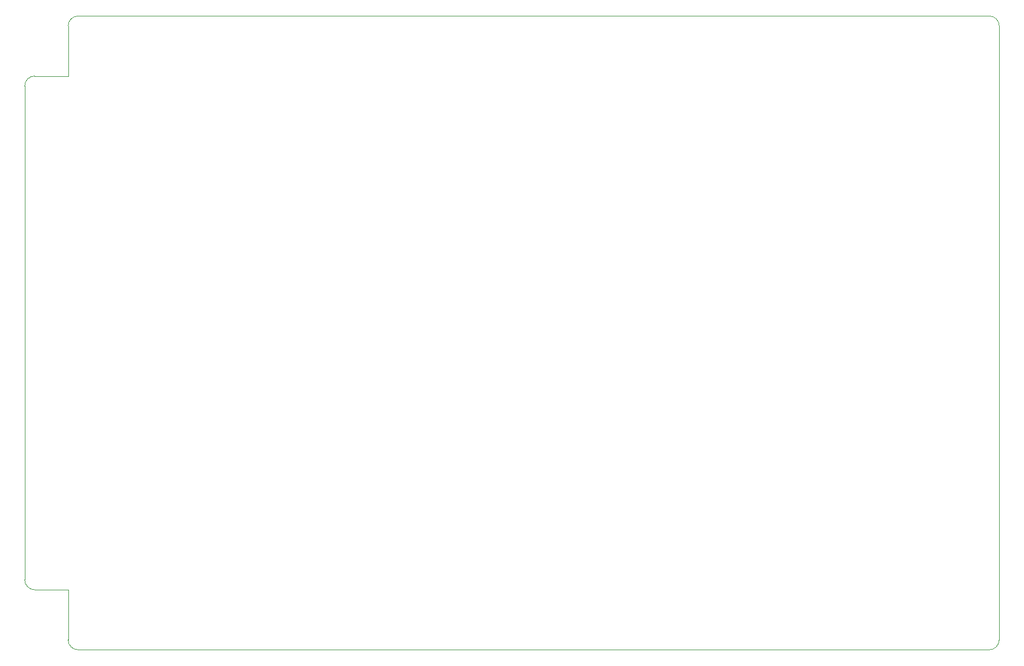
<source format=gbr>
%TF.GenerationSoftware,KiCad,Pcbnew,7.0.10-7.0.10~ubuntu22.04.1*%
%TF.CreationDate,2024-01-19T15:41:50+01:00*%
%TF.ProjectId,EEZ DIB MIO168,45455a20-4449-4422-904d-494f3136382e,r3B1*%
%TF.SameCoordinates,Original*%
%TF.FileFunction,Profile,NP*%
%FSLAX46Y46*%
G04 Gerber Fmt 4.6, Leading zero omitted, Abs format (unit mm)*
G04 Created by KiCad (PCBNEW 7.0.10-7.0.10~ubuntu22.04.1) date 2024-01-19 15:41:50*
%MOMM*%
%LPD*%
G01*
G04 APERTURE LIST*
%TA.AperFunction,Profile*%
%ADD10C,0.100000*%
%TD*%
G04 APERTURE END LIST*
D10*
X82001100Y-66503600D02*
X77001100Y-66503600D01*
X221501100Y-59003600D02*
G75*
G03*
X220001100Y-57503600I-1500000J0D01*
G01*
X77001100Y-66503600D02*
G75*
G03*
X75501100Y-68003600I0J-1500000D01*
G01*
X221501100Y-151003600D02*
X221501100Y-59003600D01*
X83501100Y-57503600D02*
G75*
G03*
X82001100Y-59003600I0J-1500000D01*
G01*
X75501100Y-142003600D02*
X75501100Y-68003600D01*
X82001100Y-66503600D02*
X82001100Y-59003600D01*
X220001100Y-152503600D02*
G75*
G03*
X221501100Y-151003600I0J1500000D01*
G01*
X82001100Y-143503600D02*
X77001100Y-143503600D01*
X82001100Y-151003600D02*
G75*
G03*
X83501100Y-152503600I1500000J0D01*
G01*
X83501100Y-57503600D02*
X220001100Y-57503600D01*
X82001100Y-151003600D02*
X82001100Y-143503600D01*
X75501100Y-142003600D02*
G75*
G03*
X77001100Y-143503600I1500000J0D01*
G01*
X220001100Y-152503600D02*
X83501100Y-152503600D01*
M02*

</source>
